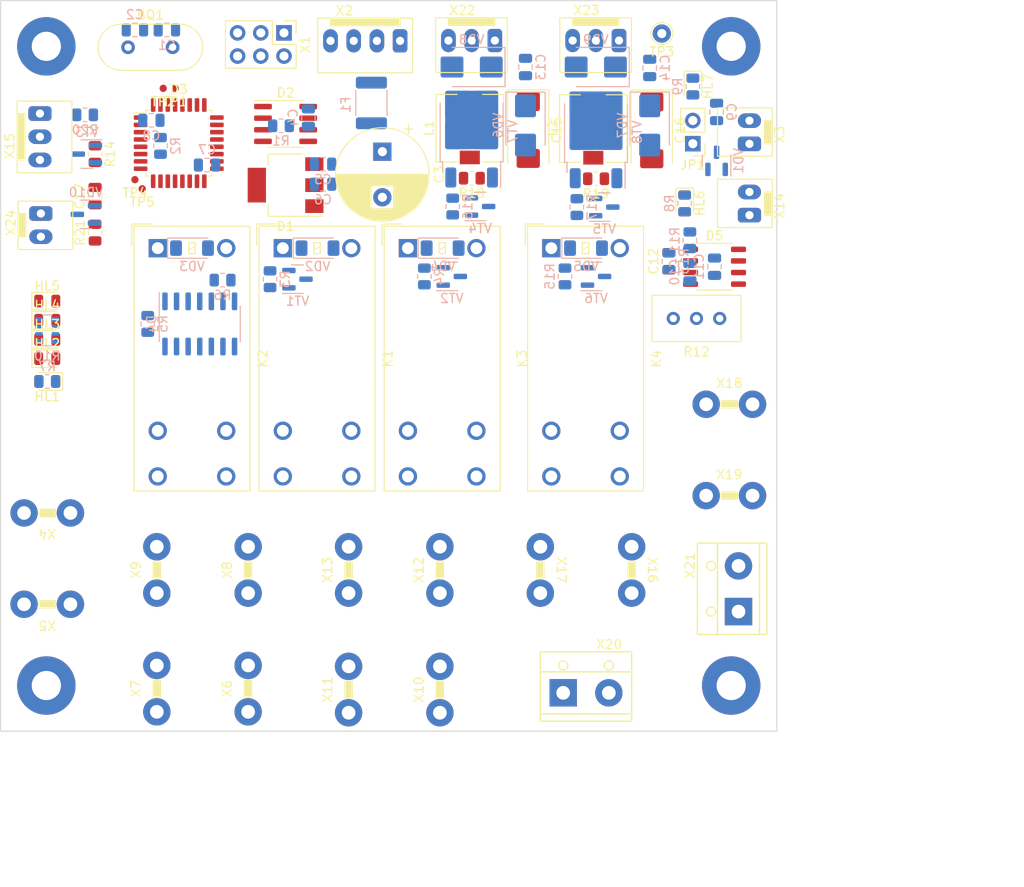
<source format=kicad_pcb>
(kicad_pcb (version 20221018) (generator pcbnew)

  (general
    (thickness 1.6)
  )

  (paper "A4")
  (layers
    (0 "F.Cu" signal)
    (31 "B.Cu" signal)
    (32 "B.Adhes" user "B.Adhesive")
    (33 "F.Adhes" user "F.Adhesive")
    (34 "B.Paste" user)
    (35 "F.Paste" user)
    (36 "B.SilkS" user "B.Silkscreen")
    (37 "F.SilkS" user "F.Silkscreen")
    (38 "B.Mask" user)
    (39 "F.Mask" user)
    (40 "Dwgs.User" user "User.Drawings")
    (41 "Cmts.User" user "User.Comments")
    (42 "Eco1.User" user "User.Eco1")
    (43 "Eco2.User" user "User.Eco2")
    (44 "Edge.Cuts" user)
    (45 "Margin" user)
    (46 "B.CrtYd" user "B.Courtyard")
    (47 "F.CrtYd" user "F.Courtyard")
    (48 "B.Fab" user)
    (49 "F.Fab" user)
    (50 "User.1" user)
    (51 "User.2" user)
    (52 "User.3" user)
    (53 "User.4" user)
    (54 "User.5" user)
    (55 "User.6" user)
    (56 "User.7" user)
    (57 "User.8" user)
    (58 "User.9" user)
  )

  (setup
    (pad_to_mask_clearance 0)
    (pcbplotparams
      (layerselection 0x00010fc_ffffffff)
      (plot_on_all_layers_selection 0x0000000_00000000)
      (disableapertmacros false)
      (usegerberextensions false)
      (usegerberattributes true)
      (usegerberadvancedattributes true)
      (creategerberjobfile true)
      (dashed_line_dash_ratio 12.000000)
      (dashed_line_gap_ratio 3.000000)
      (svgprecision 4)
      (plotframeref false)
      (viasonmask false)
      (mode 1)
      (useauxorigin false)
      (hpglpennumber 1)
      (hpglpenspeed 20)
      (hpglpendiameter 15.000000)
      (dxfpolygonmode true)
      (dxfimperialunits true)
      (dxfusepcbnewfont true)
      (psnegative false)
      (psa4output false)
      (plotreference true)
      (plotvalue true)
      (plotinvisibletext false)
      (sketchpadsonfab false)
      (subtractmaskfromsilk false)
      (outputformat 1)
      (mirror false)
      (drillshape 1)
      (scaleselection 1)
      (outputdirectory "")
    )
  )

  (net 0 "")
  (net 1 "Net-(D3-PF1)")
  (net 2 "Net-(D3-PF0)")
  (net 3 "GND")
  (net 4 "+12V")
  (net 5 "+3V3")
  (net 6 "E_STOP")
  (net 7 "Net-(D5A--)")
  (net 8 "Net-(D5A-+)")
  (net 9 "WATER")
  (net 10 "Net-(VD8-K)")
  (net 11 "Net-(VD9-K)")
  (net 12 "LIGHTS_SW")
  (net 13 "U1_RX")
  (net 14 "TXEN")
  (net 15 "U1_TX")
  (net 16 "Net-(D2-A)")
  (net 17 "Net-(D2-B)")
  (net 18 "RESET")
  (net 19 "Net-(D3-PA2)")
  (net 20 "Net-(D3-PA3)")
  (net 21 "LIGHTS")
  (net 22 "RL_EN")
  (net 23 "LED_AUX")
  (net 24 "LED_MAIN")
  (net 25 "LED_ERR")
  (net 26 "LED_ACT")
  (net 27 "unconnected-(D3-PA12-Pad22)")
  (net 28 "SWDIO")
  (net 29 "SWCLK")
  (net 30 "RL_AUX")
  (net 31 "RL_MAIN_uC")
  (net 32 "MOTOR1")
  (net 33 "MOTOR2")
  (net 34 "Net-(D3-PB6)")
  (net 35 "Net-(D3-PB7)")
  (net 36 "Net-(D4A-B)")
  (net 37 "LED_STOP")
  (net 38 "Net-(D4D-A)")
  (net 39 "RL_MAIN")
  (net 40 "Net-(X2-Pin_1)")
  (net 41 "unconnected-(H1-Pad1)")
  (net 42 "unconnected-(H2-Pad1)")
  (net 43 "unconnected-(H3-Pad1)")
  (net 44 "Net-(HL1-K)")
  (net 45 "Net-(HL2-K)")
  (net 46 "Net-(HL3-K)")
  (net 47 "Net-(HL4-K)")
  (net 48 "Net-(HL5-K)")
  (net 49 "Net-(HL6-K)")
  (net 50 "Net-(HL7-K)")
  (net 51 "/L_IN")
  (net 52 "/L_MAIN")
  (net 53 "Net-(VD2-A)")
  (net 54 "/N_IN")
  (net 55 "/N_MAIN")
  (net 56 "/L_AUX")
  (net 57 "/N_AUX")
  (net 58 "Net-(VD4-A)")
  (net 59 "Net-(X18-Pin_1)")
  (net 60 "Net-(X17-Pin_1)")
  (net 61 "Net-(X19-Pin_1)")
  (net 62 "Net-(X16-Pin_1)")
  (net 63 "Net-(VD5-A)")
  (net 64 "Net-(VD6-K)")
  (net 65 "Net-(VD7-K)")
  (net 66 "Net-(VT4-D)")
  (net 67 "Net-(VT5-D)")
  (net 68 "Net-(X15-Pin_1)")
  (net 69 "Net-(VT3-D)")
  (net 70 "unconnected-(X1-Pin_4-Pad4)")
  (net 71 "unconnected-(X15-Pin_2-Pad2)")
  (net 72 "unconnected-(X22-Pin_2-Pad2)")
  (net 73 "unconnected-(X23-Pin_2-Pad2)")

  (footprint "Package_SO:SOIC-8_3.9x4.9mm_P1.27mm" (layer "F.Cu") (at 71.2 43.5))

  (footprint "Relay_THT:Relay_SPST_Omron_G2RL-1A-E" (layer "F.Cu") (at 57.2 57.1))

  (footprint "Ecohim:Connector_TAB_6.35mm" (layer "F.Cu") (at 57.1 92.34 90))

  (footprint "Capacitor_SMD:C_0805_2012Metric" (layer "F.Cu") (at 113.175 58.535 90))

  (footprint "LED_SMD:LED_0805_2012Metric" (layer "F.Cu") (at 45.100001 65))

  (footprint "Ecohim:TestPoint_Pad_D0.8mm_no_circle" (layer "F.Cu") (at 59.100001 39.6 180))

  (footprint "Ecohim:DS1070-3_WF-3_CONNFLY" (layer "F.Cu") (at 89.034999 34.365))

  (footprint "LED_SMD:LED_0805_2012Metric" (layer "F.Cu") (at 45.1 62.900001))

  (footprint "Resistor_SMD:R_0805_2012Metric" (layer "F.Cu") (at 50.3375 55.4 90))

  (footprint "Ecohim:Connector_TAB_6.35mm" (layer "F.Cu") (at 88.1 92.34 90))

  (footprint "LED_SMD:LED_0805_2012Metric" (layer "F.Cu") (at 45.100001 69.2))

  (footprint "Capacitor_SMD:C_0805_2012Metric" (layer "F.Cu") (at 50.3375 51.4 90))

  (footprint "Ecohim:Connector_TAB_6.35mm" (layer "F.Cu") (at 78.1 105.44 90))

  (footprint "Ecohim:TestPoint_Pad_D0.8mm_no_circle" (layer "F.Cu") (at 54.7 49.6 180))

  (footprint "Ecohim:Connector_TAB_6.35mm" (layer "F.Cu") (at 88.1 105.44 90))

  (footprint "Ecohim:Connector_TAB_6.35mm" (layer "F.Cu") (at 67.1 92.34 90))

  (footprint "Ecohim:Connector_TAB_6.35mm" (layer "F.Cu") (at 109.1 92.339999 -90))

  (footprint "Ecohim:TerminalBlock_KLS2-301-5.00-02P" (layer "F.Cu") (at 120.8 94.4 90))

  (footprint "Relay_THT:Relay_DPST_Omron_G2RL-2A" (layer "F.Cu") (at 100.3 57.1))

  (footprint "Ecohim:TestPoint_Pad_D0.8mm_no_circle" (layer "F.Cu") (at 57.8 39.6 180))

  (footprint "Connector_PinHeader_2.54mm:PinHeader_2x03_P2.54mm_Vertical" (layer "F.Cu") (at 71.025 33.525 -90))

  (footprint "MountingHole:MountingHole_3.2mm_M3_Pad" (layer "F.Cu") (at 45 105))

  (footprint "LED_SMD:LED_0805_2012Metric" (layer "F.Cu") (at 45.100001 71.700001 180))

  (footprint "Ecohim:Connector_TAB_6.35mm" (layer "F.Cu") (at 119.8 74.2))

  (footprint "Ecohim:Connector_TAB_6.35mm" (layer "F.Cu") (at 78.1 92.34 90))

  (footprint "Package_TO_SOT_SMD:SOT-223-3_TabPin2" (layer "F.Cu") (at 71.2 50.2 180))

  (footprint "Resistor_SMD:R_0805_2012Metric" (layer "F.Cu") (at 105.2 49.500001 180))

  (footprint "MountingHole:MountingHole_3.2mm_M3_Pad" (layer "F.Cu") (at 120 105))

  (footprint "Resistor_SMD:R_0805_2012Metric" (layer "F.Cu") (at 91.6 49.44 180))

  (footprint "MountingHole:MountingHole_3.2mm_M3_Pad" (layer "F.Cu") (at 45 35))

  (footprint "Ecohim:TestPoint_Pad_D0.8mm_no_circle" (layer "F.Cu") (at 55.5 50.6 180))

  (footprint "Ecohim:TerminalBlock_KLS2-301-5.00-02P" (layer "F.Cu") (at 104.1 105.8))

  (footprint "Ecohim:Connector_TAB_6.35mm" (layer "F.Cu") (at 57.1 105.34 90))

  (footprint "LED_SMD:LED_0805_2012Metric" (layer "F.Cu") (at 115.8 39.4 -90))

  (footprint "LED_SMD:LED_0805_2012Metric" (layer "F.Cu") (at 45.1 67.1))

  (footprint "Potentiometer_THT:Potentiometer_Bourns_3296W_Vertical" (layer "F.Cu") (at 113.66 64.8 180))

  (footprint "Ecohim:DS1070-3_WF-3_CONNFLY" (layer "F.Cu") (at 102.635001 34.365))

  (footprint "TestPoint:TestPoint_THTPad_D2.0mm_Drill1.0mm" (layer "F.Cu") (at 112.4 33.6 180))

  (footprint "Ecohim:L_7.3x7.3_H4.5" (layer "F.Cu") (at 91.375 43.965 90))

  (footprint "Ecohim:Connector_TAB_6.35mm" (layer "F.Cu") (at 99.1 92.34 -90))

  (footprint "Relay_THT:Relay_DPST_Omron_G2RL-2A" (layer "F.Cu") (at 84.6 57.1))

  (footprint "Capacitor_Tantalum_SMD:CP_EIA-7343-31_Kemet-D" (layer "F.Cu") (at 111.3 44.2 -90))

  (footprint "Ecohim:DS1070-2_WF-2_CONNFLY" (layer "F.Cu") (at 122 50.95 -90))

  (footprint "Capacitor_Tantalum_SMD:CP_EIA-7343-31_Kemet-D" (layer "F.Cu") (at 97.775 44.165 -90))

  (footprint "MountingHole:MountingHole_3.2mm_M3_Pad" (layer "F.Cu") (at 120 35))

  (footprint "Ecohim:Connector_TAB_6.35mm" (layer "F.Cu") (at 67.1 105.34 90))

  (footprint "Package_SO:SOP-8_3.9x4.9mm_P1.27mm" (layer "F.Cu") (at 118.175 59.135))

  (footprint "Resistor_SMD:R_0805_2012Metric" (layer "F.Cu") (at 50.3375 46.8 -90))

  (footprint "Ecohim:Connector_TAB_6.35mm" (layer "F.Cu") (at 45.1 86.1 180))

  (footprint "Capacitor_THT:CP_Radial_D10.0mm_P5.00mm" (layer "F.Cu") (at 81.8 46.532323 -90))

  (footprint "Package_QFP:LQFP-32_7x7mm_P0.8mm" (layer "F.Cu") (at 59.5 45.6))

  (footprint "Ecohim:Connector_TAB_6.35mm" (layer "F.Cu")
    (tstamp e0b4425b-e5ad-4dc4-9b65-aaa38b02e47d)
    (at 119.8 84.2)
    (descr "Tab 6.35mm x 0.8mm blade connector")
    (tags "faston, tab, 6.35, 6.3, blade")
    (property "Label" "Pump N")
    (property "Sheetfile" "RS485_Relay_V2R1.kicad_sch")
    (property "Sheetname" "")
    (property "ki_description" "Generic connector, single row, 01x01, script generated (kicad-library-utils/schlib/autogen/connector/)")
    (property "ki_keywords" "connector")
    (path "/f4c1eb96-c2d8-41cd-9402-65900eff3135")
    (attr through_hole)
    (fp_text reference "X19" (at 0 -2.3 unlocked) (layer "F.SilkS")
        (effects (font (size 1 1) (thickness 0.15)))
      (tstamp 6ac1211b-91c7-4966-a9d9-6d1ed30a9e71)
    )
    (fp_text value "Blade 6mm" (at 0 2.6 unlocked) (layer "F.Fab")
        (effects (font (size 1 1) (thickness 0.15)))
      (tstamp d862065c-2de4-4174-a2b3-54f693eb0aad)
    )
    (fp_text user "${REFERENCE}" (at 0 4.1 unlocked) (layer "F.Fab")
        (effects (font (size 1 1) (thickness 0.15)))
      (tstamp 30226402-7133-47e3-9c2d-bca65e059b7f)
    )
    (fp_rect (start -0.9 -0.4) (end 0.9 0.4)
      (stroke (width 0.12) (type soli
... [225170 chars truncated]
</source>
